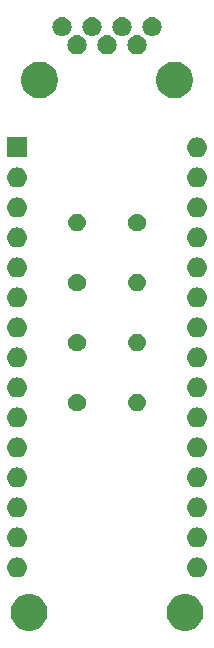
<source format=gbr>
G04 #@! TF.GenerationSoftware,KiCad,Pcbnew,(5.1.2)-1*
G04 #@! TF.CreationDate,2019-05-25T09:46:59-07:00*
G04 #@! TF.ProjectId,programmer,70726f67-7261-46d6-9d65-722e6b696361,rev?*
G04 #@! TF.SameCoordinates,Original*
G04 #@! TF.FileFunction,Soldermask,Top*
G04 #@! TF.FilePolarity,Negative*
%FSLAX46Y46*%
G04 Gerber Fmt 4.6, Leading zero omitted, Abs format (unit mm)*
G04 Created by KiCad (PCBNEW (5.1.2)-1) date 2019-05-25 09:46:59*
%MOMM*%
%LPD*%
G04 APERTURE LIST*
%ADD10C,0.304800*%
G04 APERTURE END LIST*
D10*
G36*
X34796611Y-61969065D02*
G01*
X34996352Y-62008796D01*
X35278579Y-62125699D01*
X35532578Y-62295415D01*
X35748585Y-62511422D01*
X35918301Y-62765421D01*
X36035204Y-63047648D01*
X36094800Y-63347259D01*
X36094800Y-63652741D01*
X36035204Y-63952352D01*
X35918301Y-64234579D01*
X35748585Y-64488578D01*
X35532578Y-64704585D01*
X35278579Y-64874301D01*
X34996352Y-64991204D01*
X34796611Y-65030935D01*
X34696742Y-65050800D01*
X34391258Y-65050800D01*
X34291389Y-65030935D01*
X34091648Y-64991204D01*
X33809421Y-64874301D01*
X33555422Y-64704585D01*
X33339415Y-64488578D01*
X33169699Y-64234579D01*
X33052796Y-63952352D01*
X32993200Y-63652741D01*
X32993200Y-63347259D01*
X33052796Y-63047648D01*
X33169699Y-62765421D01*
X33339415Y-62511422D01*
X33555422Y-62295415D01*
X33809421Y-62125699D01*
X34091648Y-62008796D01*
X34291389Y-61969065D01*
X34391258Y-61949200D01*
X34696742Y-61949200D01*
X34796611Y-61969065D01*
X34796611Y-61969065D01*
G37*
G36*
X21588611Y-61969065D02*
G01*
X21788352Y-62008796D01*
X22070579Y-62125699D01*
X22324578Y-62295415D01*
X22540585Y-62511422D01*
X22710301Y-62765421D01*
X22827204Y-63047648D01*
X22886800Y-63347259D01*
X22886800Y-63652741D01*
X22827204Y-63952352D01*
X22710301Y-64234579D01*
X22540585Y-64488578D01*
X22324578Y-64704585D01*
X22070579Y-64874301D01*
X21788352Y-64991204D01*
X21588611Y-65030935D01*
X21488742Y-65050800D01*
X21183258Y-65050800D01*
X21083389Y-65030935D01*
X20883648Y-64991204D01*
X20601421Y-64874301D01*
X20347422Y-64704585D01*
X20131415Y-64488578D01*
X19961699Y-64234579D01*
X19844796Y-63952352D01*
X19785200Y-63652741D01*
X19785200Y-63347259D01*
X19844796Y-63047648D01*
X19961699Y-62765421D01*
X20131415Y-62511422D01*
X20347422Y-62295415D01*
X20601421Y-62125699D01*
X20883648Y-62008796D01*
X21083389Y-61969065D01*
X21183258Y-61949200D01*
X21488742Y-61949200D01*
X21588611Y-61969065D01*
X21588611Y-61969065D01*
G37*
G36*
X35726787Y-58851510D02*
G01*
X35887162Y-58900160D01*
X36034965Y-58979162D01*
X36164517Y-59085483D01*
X36270838Y-59215035D01*
X36349840Y-59362838D01*
X36398490Y-59523213D01*
X36414916Y-59690000D01*
X36398490Y-59856787D01*
X36349840Y-60017162D01*
X36270838Y-60164965D01*
X36164517Y-60294517D01*
X36034965Y-60400838D01*
X35887162Y-60479840D01*
X35726787Y-60528490D01*
X35601794Y-60540800D01*
X35518206Y-60540800D01*
X35393213Y-60528490D01*
X35232838Y-60479840D01*
X35085035Y-60400838D01*
X34955483Y-60294517D01*
X34849162Y-60164965D01*
X34770160Y-60017162D01*
X34721510Y-59856787D01*
X34705084Y-59690000D01*
X34721510Y-59523213D01*
X34770160Y-59362838D01*
X34849162Y-59215035D01*
X34955483Y-59085483D01*
X35085035Y-58979162D01*
X35232838Y-58900160D01*
X35393213Y-58851510D01*
X35518206Y-58839200D01*
X35601794Y-58839200D01*
X35726787Y-58851510D01*
X35726787Y-58851510D01*
G37*
G36*
X20486787Y-58851510D02*
G01*
X20647162Y-58900160D01*
X20794965Y-58979162D01*
X20924517Y-59085483D01*
X21030838Y-59215035D01*
X21109840Y-59362838D01*
X21158490Y-59523213D01*
X21174916Y-59690000D01*
X21158490Y-59856787D01*
X21109840Y-60017162D01*
X21030838Y-60164965D01*
X20924517Y-60294517D01*
X20794965Y-60400838D01*
X20647162Y-60479840D01*
X20486787Y-60528490D01*
X20361794Y-60540800D01*
X20278206Y-60540800D01*
X20153213Y-60528490D01*
X19992838Y-60479840D01*
X19845035Y-60400838D01*
X19715483Y-60294517D01*
X19609162Y-60164965D01*
X19530160Y-60017162D01*
X19481510Y-59856787D01*
X19465084Y-59690000D01*
X19481510Y-59523213D01*
X19530160Y-59362838D01*
X19609162Y-59215035D01*
X19715483Y-59085483D01*
X19845035Y-58979162D01*
X19992838Y-58900160D01*
X20153213Y-58851510D01*
X20278206Y-58839200D01*
X20361794Y-58839200D01*
X20486787Y-58851510D01*
X20486787Y-58851510D01*
G37*
G36*
X20486787Y-56311510D02*
G01*
X20647162Y-56360160D01*
X20794965Y-56439162D01*
X20924517Y-56545483D01*
X21030838Y-56675035D01*
X21109840Y-56822838D01*
X21158490Y-56983213D01*
X21174916Y-57150000D01*
X21158490Y-57316787D01*
X21109840Y-57477162D01*
X21030838Y-57624965D01*
X20924517Y-57754517D01*
X20794965Y-57860838D01*
X20647162Y-57939840D01*
X20486787Y-57988490D01*
X20361794Y-58000800D01*
X20278206Y-58000800D01*
X20153213Y-57988490D01*
X19992838Y-57939840D01*
X19845035Y-57860838D01*
X19715483Y-57754517D01*
X19609162Y-57624965D01*
X19530160Y-57477162D01*
X19481510Y-57316787D01*
X19465084Y-57150000D01*
X19481510Y-56983213D01*
X19530160Y-56822838D01*
X19609162Y-56675035D01*
X19715483Y-56545483D01*
X19845035Y-56439162D01*
X19992838Y-56360160D01*
X20153213Y-56311510D01*
X20278206Y-56299200D01*
X20361794Y-56299200D01*
X20486787Y-56311510D01*
X20486787Y-56311510D01*
G37*
G36*
X35726787Y-56311510D02*
G01*
X35887162Y-56360160D01*
X36034965Y-56439162D01*
X36164517Y-56545483D01*
X36270838Y-56675035D01*
X36349840Y-56822838D01*
X36398490Y-56983213D01*
X36414916Y-57150000D01*
X36398490Y-57316787D01*
X36349840Y-57477162D01*
X36270838Y-57624965D01*
X36164517Y-57754517D01*
X36034965Y-57860838D01*
X35887162Y-57939840D01*
X35726787Y-57988490D01*
X35601794Y-58000800D01*
X35518206Y-58000800D01*
X35393213Y-57988490D01*
X35232838Y-57939840D01*
X35085035Y-57860838D01*
X34955483Y-57754517D01*
X34849162Y-57624965D01*
X34770160Y-57477162D01*
X34721510Y-57316787D01*
X34705084Y-57150000D01*
X34721510Y-56983213D01*
X34770160Y-56822838D01*
X34849162Y-56675035D01*
X34955483Y-56545483D01*
X35085035Y-56439162D01*
X35232838Y-56360160D01*
X35393213Y-56311510D01*
X35518206Y-56299200D01*
X35601794Y-56299200D01*
X35726787Y-56311510D01*
X35726787Y-56311510D01*
G37*
G36*
X35726787Y-53771510D02*
G01*
X35887162Y-53820160D01*
X36034965Y-53899162D01*
X36164517Y-54005483D01*
X36270838Y-54135035D01*
X36349840Y-54282838D01*
X36398490Y-54443213D01*
X36414916Y-54610000D01*
X36398490Y-54776787D01*
X36349840Y-54937162D01*
X36270838Y-55084965D01*
X36164517Y-55214517D01*
X36034965Y-55320838D01*
X35887162Y-55399840D01*
X35726787Y-55448490D01*
X35601794Y-55460800D01*
X35518206Y-55460800D01*
X35393213Y-55448490D01*
X35232838Y-55399840D01*
X35085035Y-55320838D01*
X34955483Y-55214517D01*
X34849162Y-55084965D01*
X34770160Y-54937162D01*
X34721510Y-54776787D01*
X34705084Y-54610000D01*
X34721510Y-54443213D01*
X34770160Y-54282838D01*
X34849162Y-54135035D01*
X34955483Y-54005483D01*
X35085035Y-53899162D01*
X35232838Y-53820160D01*
X35393213Y-53771510D01*
X35518206Y-53759200D01*
X35601794Y-53759200D01*
X35726787Y-53771510D01*
X35726787Y-53771510D01*
G37*
G36*
X20486787Y-53771510D02*
G01*
X20647162Y-53820160D01*
X20794965Y-53899162D01*
X20924517Y-54005483D01*
X21030838Y-54135035D01*
X21109840Y-54282838D01*
X21158490Y-54443213D01*
X21174916Y-54610000D01*
X21158490Y-54776787D01*
X21109840Y-54937162D01*
X21030838Y-55084965D01*
X20924517Y-55214517D01*
X20794965Y-55320838D01*
X20647162Y-55399840D01*
X20486787Y-55448490D01*
X20361794Y-55460800D01*
X20278206Y-55460800D01*
X20153213Y-55448490D01*
X19992838Y-55399840D01*
X19845035Y-55320838D01*
X19715483Y-55214517D01*
X19609162Y-55084965D01*
X19530160Y-54937162D01*
X19481510Y-54776787D01*
X19465084Y-54610000D01*
X19481510Y-54443213D01*
X19530160Y-54282838D01*
X19609162Y-54135035D01*
X19715483Y-54005483D01*
X19845035Y-53899162D01*
X19992838Y-53820160D01*
X20153213Y-53771510D01*
X20278206Y-53759200D01*
X20361794Y-53759200D01*
X20486787Y-53771510D01*
X20486787Y-53771510D01*
G37*
G36*
X35726787Y-51231510D02*
G01*
X35887162Y-51280160D01*
X36034965Y-51359162D01*
X36164517Y-51465483D01*
X36270838Y-51595035D01*
X36349840Y-51742838D01*
X36398490Y-51903213D01*
X36414916Y-52070000D01*
X36398490Y-52236787D01*
X36349840Y-52397162D01*
X36270838Y-52544965D01*
X36164517Y-52674517D01*
X36034965Y-52780838D01*
X35887162Y-52859840D01*
X35726787Y-52908490D01*
X35601794Y-52920800D01*
X35518206Y-52920800D01*
X35393213Y-52908490D01*
X35232838Y-52859840D01*
X35085035Y-52780838D01*
X34955483Y-52674517D01*
X34849162Y-52544965D01*
X34770160Y-52397162D01*
X34721510Y-52236787D01*
X34705084Y-52070000D01*
X34721510Y-51903213D01*
X34770160Y-51742838D01*
X34849162Y-51595035D01*
X34955483Y-51465483D01*
X35085035Y-51359162D01*
X35232838Y-51280160D01*
X35393213Y-51231510D01*
X35518206Y-51219200D01*
X35601794Y-51219200D01*
X35726787Y-51231510D01*
X35726787Y-51231510D01*
G37*
G36*
X20486787Y-51231510D02*
G01*
X20647162Y-51280160D01*
X20794965Y-51359162D01*
X20924517Y-51465483D01*
X21030838Y-51595035D01*
X21109840Y-51742838D01*
X21158490Y-51903213D01*
X21174916Y-52070000D01*
X21158490Y-52236787D01*
X21109840Y-52397162D01*
X21030838Y-52544965D01*
X20924517Y-52674517D01*
X20794965Y-52780838D01*
X20647162Y-52859840D01*
X20486787Y-52908490D01*
X20361794Y-52920800D01*
X20278206Y-52920800D01*
X20153213Y-52908490D01*
X19992838Y-52859840D01*
X19845035Y-52780838D01*
X19715483Y-52674517D01*
X19609162Y-52544965D01*
X19530160Y-52397162D01*
X19481510Y-52236787D01*
X19465084Y-52070000D01*
X19481510Y-51903213D01*
X19530160Y-51742838D01*
X19609162Y-51595035D01*
X19715483Y-51465483D01*
X19845035Y-51359162D01*
X19992838Y-51280160D01*
X20153213Y-51231510D01*
X20278206Y-51219200D01*
X20361794Y-51219200D01*
X20486787Y-51231510D01*
X20486787Y-51231510D01*
G37*
G36*
X20486787Y-48691510D02*
G01*
X20647162Y-48740160D01*
X20794965Y-48819162D01*
X20924517Y-48925483D01*
X21030838Y-49055035D01*
X21109840Y-49202838D01*
X21158490Y-49363213D01*
X21174916Y-49530000D01*
X21158490Y-49696787D01*
X21109840Y-49857162D01*
X21030838Y-50004965D01*
X20924517Y-50134517D01*
X20794965Y-50240838D01*
X20647162Y-50319840D01*
X20486787Y-50368490D01*
X20361794Y-50380800D01*
X20278206Y-50380800D01*
X20153213Y-50368490D01*
X19992838Y-50319840D01*
X19845035Y-50240838D01*
X19715483Y-50134517D01*
X19609162Y-50004965D01*
X19530160Y-49857162D01*
X19481510Y-49696787D01*
X19465084Y-49530000D01*
X19481510Y-49363213D01*
X19530160Y-49202838D01*
X19609162Y-49055035D01*
X19715483Y-48925483D01*
X19845035Y-48819162D01*
X19992838Y-48740160D01*
X20153213Y-48691510D01*
X20278206Y-48679200D01*
X20361794Y-48679200D01*
X20486787Y-48691510D01*
X20486787Y-48691510D01*
G37*
G36*
X35726787Y-48691510D02*
G01*
X35887162Y-48740160D01*
X36034965Y-48819162D01*
X36164517Y-48925483D01*
X36270838Y-49055035D01*
X36349840Y-49202838D01*
X36398490Y-49363213D01*
X36414916Y-49530000D01*
X36398490Y-49696787D01*
X36349840Y-49857162D01*
X36270838Y-50004965D01*
X36164517Y-50134517D01*
X36034965Y-50240838D01*
X35887162Y-50319840D01*
X35726787Y-50368490D01*
X35601794Y-50380800D01*
X35518206Y-50380800D01*
X35393213Y-50368490D01*
X35232838Y-50319840D01*
X35085035Y-50240838D01*
X34955483Y-50134517D01*
X34849162Y-50004965D01*
X34770160Y-49857162D01*
X34721510Y-49696787D01*
X34705084Y-49530000D01*
X34721510Y-49363213D01*
X34770160Y-49202838D01*
X34849162Y-49055035D01*
X34955483Y-48925483D01*
X35085035Y-48819162D01*
X35232838Y-48740160D01*
X35393213Y-48691510D01*
X35518206Y-48679200D01*
X35601794Y-48679200D01*
X35726787Y-48691510D01*
X35726787Y-48691510D01*
G37*
G36*
X35726787Y-46151510D02*
G01*
X35887162Y-46200160D01*
X36034965Y-46279162D01*
X36164517Y-46385483D01*
X36270838Y-46515035D01*
X36349840Y-46662838D01*
X36398490Y-46823213D01*
X36414916Y-46990000D01*
X36398490Y-47156787D01*
X36349840Y-47317162D01*
X36270838Y-47464965D01*
X36164517Y-47594517D01*
X36034965Y-47700838D01*
X35887162Y-47779840D01*
X35726787Y-47828490D01*
X35601794Y-47840800D01*
X35518206Y-47840800D01*
X35393213Y-47828490D01*
X35232838Y-47779840D01*
X35085035Y-47700838D01*
X34955483Y-47594517D01*
X34849162Y-47464965D01*
X34770160Y-47317162D01*
X34721510Y-47156787D01*
X34705084Y-46990000D01*
X34721510Y-46823213D01*
X34770160Y-46662838D01*
X34849162Y-46515035D01*
X34955483Y-46385483D01*
X35085035Y-46279162D01*
X35232838Y-46200160D01*
X35393213Y-46151510D01*
X35518206Y-46139200D01*
X35601794Y-46139200D01*
X35726787Y-46151510D01*
X35726787Y-46151510D01*
G37*
G36*
X20486787Y-46151510D02*
G01*
X20647162Y-46200160D01*
X20794965Y-46279162D01*
X20924517Y-46385483D01*
X21030838Y-46515035D01*
X21109840Y-46662838D01*
X21158490Y-46823213D01*
X21174916Y-46990000D01*
X21158490Y-47156787D01*
X21109840Y-47317162D01*
X21030838Y-47464965D01*
X20924517Y-47594517D01*
X20794965Y-47700838D01*
X20647162Y-47779840D01*
X20486787Y-47828490D01*
X20361794Y-47840800D01*
X20278206Y-47840800D01*
X20153213Y-47828490D01*
X19992838Y-47779840D01*
X19845035Y-47700838D01*
X19715483Y-47594517D01*
X19609162Y-47464965D01*
X19530160Y-47317162D01*
X19481510Y-47156787D01*
X19465084Y-46990000D01*
X19481510Y-46823213D01*
X19530160Y-46662838D01*
X19609162Y-46515035D01*
X19715483Y-46385483D01*
X19845035Y-46279162D01*
X19992838Y-46200160D01*
X20153213Y-46151510D01*
X20278206Y-46139200D01*
X20361794Y-46139200D01*
X20486787Y-46151510D01*
X20486787Y-46151510D01*
G37*
G36*
X30572029Y-44974632D02*
G01*
X30627182Y-44980064D01*
X30768709Y-45022996D01*
X30768711Y-45022997D01*
X30899139Y-45092712D01*
X31013464Y-45186536D01*
X31107288Y-45300861D01*
X31177003Y-45431289D01*
X31219936Y-45572819D01*
X31234432Y-45720000D01*
X31219936Y-45867181D01*
X31177003Y-46008711D01*
X31107288Y-46139139D01*
X31013464Y-46253464D01*
X30899139Y-46347288D01*
X30768711Y-46417003D01*
X30768709Y-46417004D01*
X30627182Y-46459936D01*
X30516878Y-46470800D01*
X30443122Y-46470800D01*
X30332818Y-46459936D01*
X30191291Y-46417004D01*
X30191289Y-46417003D01*
X30060861Y-46347288D01*
X29946536Y-46253464D01*
X29852712Y-46139139D01*
X29782997Y-46008711D01*
X29740064Y-45867181D01*
X29725568Y-45720000D01*
X29740064Y-45572819D01*
X29782997Y-45431289D01*
X29852712Y-45300861D01*
X29946536Y-45186536D01*
X30060861Y-45092712D01*
X30191289Y-45022997D01*
X30191291Y-45022996D01*
X30332818Y-44980064D01*
X30387971Y-44974632D01*
X30443122Y-44969200D01*
X30516878Y-44969200D01*
X30572029Y-44974632D01*
X30572029Y-44974632D01*
G37*
G36*
X25618999Y-44998052D02*
G01*
X25755639Y-45054650D01*
X25878605Y-45136813D01*
X25983187Y-45241395D01*
X26065350Y-45364361D01*
X26121948Y-45501001D01*
X26150800Y-45646051D01*
X26150800Y-45793949D01*
X26121948Y-45938999D01*
X26065350Y-46075639D01*
X25983187Y-46198605D01*
X25878605Y-46303187D01*
X25755639Y-46385350D01*
X25618999Y-46441948D01*
X25473949Y-46470800D01*
X25326051Y-46470800D01*
X25181001Y-46441948D01*
X25044361Y-46385350D01*
X24921395Y-46303187D01*
X24816813Y-46198605D01*
X24734650Y-46075639D01*
X24678052Y-45938999D01*
X24649200Y-45793949D01*
X24649200Y-45646051D01*
X24678052Y-45501001D01*
X24734650Y-45364361D01*
X24816813Y-45241395D01*
X24921395Y-45136813D01*
X25044361Y-45054650D01*
X25181001Y-44998052D01*
X25326051Y-44969200D01*
X25473949Y-44969200D01*
X25618999Y-44998052D01*
X25618999Y-44998052D01*
G37*
G36*
X35726787Y-43611510D02*
G01*
X35887162Y-43660160D01*
X36034965Y-43739162D01*
X36164517Y-43845483D01*
X36270838Y-43975035D01*
X36349840Y-44122838D01*
X36398490Y-44283213D01*
X36414916Y-44450000D01*
X36398490Y-44616787D01*
X36349840Y-44777162D01*
X36270838Y-44924965D01*
X36164517Y-45054517D01*
X36034965Y-45160838D01*
X35887162Y-45239840D01*
X35726787Y-45288490D01*
X35601794Y-45300800D01*
X35518206Y-45300800D01*
X35393213Y-45288490D01*
X35232838Y-45239840D01*
X35085035Y-45160838D01*
X34955483Y-45054517D01*
X34849162Y-44924965D01*
X34770160Y-44777162D01*
X34721510Y-44616787D01*
X34705084Y-44450000D01*
X34721510Y-44283213D01*
X34770160Y-44122838D01*
X34849162Y-43975035D01*
X34955483Y-43845483D01*
X35085035Y-43739162D01*
X35232838Y-43660160D01*
X35393213Y-43611510D01*
X35518206Y-43599200D01*
X35601794Y-43599200D01*
X35726787Y-43611510D01*
X35726787Y-43611510D01*
G37*
G36*
X20486787Y-43611510D02*
G01*
X20647162Y-43660160D01*
X20794965Y-43739162D01*
X20924517Y-43845483D01*
X21030838Y-43975035D01*
X21109840Y-44122838D01*
X21158490Y-44283213D01*
X21174916Y-44450000D01*
X21158490Y-44616787D01*
X21109840Y-44777162D01*
X21030838Y-44924965D01*
X20924517Y-45054517D01*
X20794965Y-45160838D01*
X20647162Y-45239840D01*
X20486787Y-45288490D01*
X20361794Y-45300800D01*
X20278206Y-45300800D01*
X20153213Y-45288490D01*
X19992838Y-45239840D01*
X19845035Y-45160838D01*
X19715483Y-45054517D01*
X19609162Y-44924965D01*
X19530160Y-44777162D01*
X19481510Y-44616787D01*
X19465084Y-44450000D01*
X19481510Y-44283213D01*
X19530160Y-44122838D01*
X19609162Y-43975035D01*
X19715483Y-43845483D01*
X19845035Y-43739162D01*
X19992838Y-43660160D01*
X20153213Y-43611510D01*
X20278206Y-43599200D01*
X20361794Y-43599200D01*
X20486787Y-43611510D01*
X20486787Y-43611510D01*
G37*
G36*
X35726787Y-41071510D02*
G01*
X35887162Y-41120160D01*
X36034965Y-41199162D01*
X36164517Y-41305483D01*
X36270838Y-41435035D01*
X36349840Y-41582838D01*
X36398490Y-41743213D01*
X36414916Y-41910000D01*
X36398490Y-42076787D01*
X36349840Y-42237162D01*
X36270838Y-42384965D01*
X36164517Y-42514517D01*
X36034965Y-42620838D01*
X35887162Y-42699840D01*
X35726787Y-42748490D01*
X35601794Y-42760800D01*
X35518206Y-42760800D01*
X35393213Y-42748490D01*
X35232838Y-42699840D01*
X35085035Y-42620838D01*
X34955483Y-42514517D01*
X34849162Y-42384965D01*
X34770160Y-42237162D01*
X34721510Y-42076787D01*
X34705084Y-41910000D01*
X34721510Y-41743213D01*
X34770160Y-41582838D01*
X34849162Y-41435035D01*
X34955483Y-41305483D01*
X35085035Y-41199162D01*
X35232838Y-41120160D01*
X35393213Y-41071510D01*
X35518206Y-41059200D01*
X35601794Y-41059200D01*
X35726787Y-41071510D01*
X35726787Y-41071510D01*
G37*
G36*
X20486787Y-41071510D02*
G01*
X20647162Y-41120160D01*
X20794965Y-41199162D01*
X20924517Y-41305483D01*
X21030838Y-41435035D01*
X21109840Y-41582838D01*
X21158490Y-41743213D01*
X21174916Y-41910000D01*
X21158490Y-42076787D01*
X21109840Y-42237162D01*
X21030838Y-42384965D01*
X20924517Y-42514517D01*
X20794965Y-42620838D01*
X20647162Y-42699840D01*
X20486787Y-42748490D01*
X20361794Y-42760800D01*
X20278206Y-42760800D01*
X20153213Y-42748490D01*
X19992838Y-42699840D01*
X19845035Y-42620838D01*
X19715483Y-42514517D01*
X19609162Y-42384965D01*
X19530160Y-42237162D01*
X19481510Y-42076787D01*
X19465084Y-41910000D01*
X19481510Y-41743213D01*
X19530160Y-41582838D01*
X19609162Y-41435035D01*
X19715483Y-41305483D01*
X19845035Y-41199162D01*
X19992838Y-41120160D01*
X20153213Y-41071510D01*
X20278206Y-41059200D01*
X20361794Y-41059200D01*
X20486787Y-41071510D01*
X20486787Y-41071510D01*
G37*
G36*
X25618999Y-39918052D02*
G01*
X25755639Y-39974650D01*
X25878605Y-40056813D01*
X25983187Y-40161395D01*
X26065350Y-40284361D01*
X26121948Y-40421001D01*
X26150800Y-40566051D01*
X26150800Y-40713949D01*
X26121948Y-40858999D01*
X26065350Y-40995639D01*
X25983187Y-41118605D01*
X25878605Y-41223187D01*
X25755639Y-41305350D01*
X25618999Y-41361948D01*
X25473949Y-41390800D01*
X25326051Y-41390800D01*
X25181001Y-41361948D01*
X25044361Y-41305350D01*
X24921395Y-41223187D01*
X24816813Y-41118605D01*
X24734650Y-40995639D01*
X24678052Y-40858999D01*
X24649200Y-40713949D01*
X24649200Y-40566051D01*
X24678052Y-40421001D01*
X24734650Y-40284361D01*
X24816813Y-40161395D01*
X24921395Y-40056813D01*
X25044361Y-39974650D01*
X25181001Y-39918052D01*
X25326051Y-39889200D01*
X25473949Y-39889200D01*
X25618999Y-39918052D01*
X25618999Y-39918052D01*
G37*
G36*
X30572029Y-39894632D02*
G01*
X30627182Y-39900064D01*
X30768709Y-39942996D01*
X30768711Y-39942997D01*
X30899139Y-40012712D01*
X31013464Y-40106536D01*
X31107288Y-40220861D01*
X31177003Y-40351289D01*
X31219936Y-40492819D01*
X31234432Y-40640000D01*
X31219936Y-40787181D01*
X31177003Y-40928711D01*
X31107288Y-41059139D01*
X31013464Y-41173464D01*
X30899139Y-41267288D01*
X30768711Y-41337003D01*
X30768709Y-41337004D01*
X30627182Y-41379936D01*
X30516878Y-41390800D01*
X30443122Y-41390800D01*
X30332818Y-41379936D01*
X30191291Y-41337004D01*
X30191289Y-41337003D01*
X30060861Y-41267288D01*
X29946536Y-41173464D01*
X29852712Y-41059139D01*
X29782997Y-40928711D01*
X29740064Y-40787181D01*
X29725568Y-40640000D01*
X29740064Y-40492819D01*
X29782997Y-40351289D01*
X29852712Y-40220861D01*
X29946536Y-40106536D01*
X30060861Y-40012712D01*
X30191289Y-39942997D01*
X30191291Y-39942996D01*
X30332818Y-39900064D01*
X30387971Y-39894632D01*
X30443122Y-39889200D01*
X30516878Y-39889200D01*
X30572029Y-39894632D01*
X30572029Y-39894632D01*
G37*
G36*
X20486787Y-38531510D02*
G01*
X20647162Y-38580160D01*
X20794965Y-38659162D01*
X20924517Y-38765483D01*
X21030838Y-38895035D01*
X21109840Y-39042838D01*
X21158490Y-39203213D01*
X21174916Y-39370000D01*
X21158490Y-39536787D01*
X21109840Y-39697162D01*
X21030838Y-39844965D01*
X20924517Y-39974517D01*
X20794965Y-40080838D01*
X20647162Y-40159840D01*
X20486787Y-40208490D01*
X20361794Y-40220800D01*
X20278206Y-40220800D01*
X20153213Y-40208490D01*
X19992838Y-40159840D01*
X19845035Y-40080838D01*
X19715483Y-39974517D01*
X19609162Y-39844965D01*
X19530160Y-39697162D01*
X19481510Y-39536787D01*
X19465084Y-39370000D01*
X19481510Y-39203213D01*
X19530160Y-39042838D01*
X19609162Y-38895035D01*
X19715483Y-38765483D01*
X19845035Y-38659162D01*
X19992838Y-38580160D01*
X20153213Y-38531510D01*
X20278206Y-38519200D01*
X20361794Y-38519200D01*
X20486787Y-38531510D01*
X20486787Y-38531510D01*
G37*
G36*
X35726787Y-38531510D02*
G01*
X35887162Y-38580160D01*
X36034965Y-38659162D01*
X36164517Y-38765483D01*
X36270838Y-38895035D01*
X36349840Y-39042838D01*
X36398490Y-39203213D01*
X36414916Y-39370000D01*
X36398490Y-39536787D01*
X36349840Y-39697162D01*
X36270838Y-39844965D01*
X36164517Y-39974517D01*
X36034965Y-40080838D01*
X35887162Y-40159840D01*
X35726787Y-40208490D01*
X35601794Y-40220800D01*
X35518206Y-40220800D01*
X35393213Y-40208490D01*
X35232838Y-40159840D01*
X35085035Y-40080838D01*
X34955483Y-39974517D01*
X34849162Y-39844965D01*
X34770160Y-39697162D01*
X34721510Y-39536787D01*
X34705084Y-39370000D01*
X34721510Y-39203213D01*
X34770160Y-39042838D01*
X34849162Y-38895035D01*
X34955483Y-38765483D01*
X35085035Y-38659162D01*
X35232838Y-38580160D01*
X35393213Y-38531510D01*
X35518206Y-38519200D01*
X35601794Y-38519200D01*
X35726787Y-38531510D01*
X35726787Y-38531510D01*
G37*
G36*
X35726787Y-35991510D02*
G01*
X35887162Y-36040160D01*
X36034965Y-36119162D01*
X36164517Y-36225483D01*
X36270838Y-36355035D01*
X36349840Y-36502838D01*
X36398490Y-36663213D01*
X36414916Y-36830000D01*
X36398490Y-36996787D01*
X36349840Y-37157162D01*
X36270838Y-37304965D01*
X36164517Y-37434517D01*
X36034965Y-37540838D01*
X35887162Y-37619840D01*
X35726787Y-37668490D01*
X35601794Y-37680800D01*
X35518206Y-37680800D01*
X35393213Y-37668490D01*
X35232838Y-37619840D01*
X35085035Y-37540838D01*
X34955483Y-37434517D01*
X34849162Y-37304965D01*
X34770160Y-37157162D01*
X34721510Y-36996787D01*
X34705084Y-36830000D01*
X34721510Y-36663213D01*
X34770160Y-36502838D01*
X34849162Y-36355035D01*
X34955483Y-36225483D01*
X35085035Y-36119162D01*
X35232838Y-36040160D01*
X35393213Y-35991510D01*
X35518206Y-35979200D01*
X35601794Y-35979200D01*
X35726787Y-35991510D01*
X35726787Y-35991510D01*
G37*
G36*
X20486787Y-35991510D02*
G01*
X20647162Y-36040160D01*
X20794965Y-36119162D01*
X20924517Y-36225483D01*
X21030838Y-36355035D01*
X21109840Y-36502838D01*
X21158490Y-36663213D01*
X21174916Y-36830000D01*
X21158490Y-36996787D01*
X21109840Y-37157162D01*
X21030838Y-37304965D01*
X20924517Y-37434517D01*
X20794965Y-37540838D01*
X20647162Y-37619840D01*
X20486787Y-37668490D01*
X20361794Y-37680800D01*
X20278206Y-37680800D01*
X20153213Y-37668490D01*
X19992838Y-37619840D01*
X19845035Y-37540838D01*
X19715483Y-37434517D01*
X19609162Y-37304965D01*
X19530160Y-37157162D01*
X19481510Y-36996787D01*
X19465084Y-36830000D01*
X19481510Y-36663213D01*
X19530160Y-36502838D01*
X19609162Y-36355035D01*
X19715483Y-36225483D01*
X19845035Y-36119162D01*
X19992838Y-36040160D01*
X20153213Y-35991510D01*
X20278206Y-35979200D01*
X20361794Y-35979200D01*
X20486787Y-35991510D01*
X20486787Y-35991510D01*
G37*
G36*
X25618999Y-34838052D02*
G01*
X25755639Y-34894650D01*
X25878605Y-34976813D01*
X25983187Y-35081395D01*
X26065350Y-35204361D01*
X26121948Y-35341001D01*
X26150800Y-35486051D01*
X26150800Y-35633949D01*
X26121948Y-35778999D01*
X26065350Y-35915639D01*
X25983187Y-36038605D01*
X25878605Y-36143187D01*
X25755639Y-36225350D01*
X25618999Y-36281948D01*
X25473949Y-36310800D01*
X25326051Y-36310800D01*
X25181001Y-36281948D01*
X25044361Y-36225350D01*
X24921395Y-36143187D01*
X24816813Y-36038605D01*
X24734650Y-35915639D01*
X24678052Y-35778999D01*
X24649200Y-35633949D01*
X24649200Y-35486051D01*
X24678052Y-35341001D01*
X24734650Y-35204361D01*
X24816813Y-35081395D01*
X24921395Y-34976813D01*
X25044361Y-34894650D01*
X25181001Y-34838052D01*
X25326051Y-34809200D01*
X25473949Y-34809200D01*
X25618999Y-34838052D01*
X25618999Y-34838052D01*
G37*
G36*
X30627182Y-34820064D02*
G01*
X30768709Y-34862996D01*
X30768711Y-34862997D01*
X30899139Y-34932712D01*
X31013464Y-35026536D01*
X31107288Y-35140861D01*
X31177003Y-35271289D01*
X31219936Y-35412819D01*
X31234432Y-35560000D01*
X31219936Y-35707181D01*
X31177003Y-35848711D01*
X31107288Y-35979139D01*
X31013464Y-36093464D01*
X30899139Y-36187288D01*
X30768711Y-36257003D01*
X30768709Y-36257004D01*
X30627182Y-36299936D01*
X30572029Y-36305368D01*
X30516878Y-36310800D01*
X30443122Y-36310800D01*
X30387971Y-36305368D01*
X30332818Y-36299936D01*
X30191291Y-36257004D01*
X30191289Y-36257003D01*
X30060861Y-36187288D01*
X29946536Y-36093464D01*
X29852712Y-35979139D01*
X29782997Y-35848711D01*
X29740064Y-35707181D01*
X29725568Y-35560000D01*
X29740064Y-35412819D01*
X29782997Y-35271289D01*
X29852712Y-35140861D01*
X29946536Y-35026536D01*
X30060861Y-34932712D01*
X30191289Y-34862997D01*
X30191291Y-34862996D01*
X30332818Y-34820064D01*
X30443122Y-34809200D01*
X30516878Y-34809200D01*
X30627182Y-34820064D01*
X30627182Y-34820064D01*
G37*
G36*
X35726787Y-33451510D02*
G01*
X35887162Y-33500160D01*
X36034965Y-33579162D01*
X36164517Y-33685483D01*
X36270838Y-33815035D01*
X36349840Y-33962838D01*
X36398490Y-34123213D01*
X36414916Y-34290000D01*
X36398490Y-34456787D01*
X36349840Y-34617162D01*
X36270838Y-34764965D01*
X36164517Y-34894517D01*
X36034965Y-35000838D01*
X35887162Y-35079840D01*
X35726787Y-35128490D01*
X35601794Y-35140800D01*
X35518206Y-35140800D01*
X35393213Y-35128490D01*
X35232838Y-35079840D01*
X35085035Y-35000838D01*
X34955483Y-34894517D01*
X34849162Y-34764965D01*
X34770160Y-34617162D01*
X34721510Y-34456787D01*
X34705084Y-34290000D01*
X34721510Y-34123213D01*
X34770160Y-33962838D01*
X34849162Y-33815035D01*
X34955483Y-33685483D01*
X35085035Y-33579162D01*
X35232838Y-33500160D01*
X35393213Y-33451510D01*
X35518206Y-33439200D01*
X35601794Y-33439200D01*
X35726787Y-33451510D01*
X35726787Y-33451510D01*
G37*
G36*
X20486787Y-33451510D02*
G01*
X20647162Y-33500160D01*
X20794965Y-33579162D01*
X20924517Y-33685483D01*
X21030838Y-33815035D01*
X21109840Y-33962838D01*
X21158490Y-34123213D01*
X21174916Y-34290000D01*
X21158490Y-34456787D01*
X21109840Y-34617162D01*
X21030838Y-34764965D01*
X20924517Y-34894517D01*
X20794965Y-35000838D01*
X20647162Y-35079840D01*
X20486787Y-35128490D01*
X20361794Y-35140800D01*
X20278206Y-35140800D01*
X20153213Y-35128490D01*
X19992838Y-35079840D01*
X19845035Y-35000838D01*
X19715483Y-34894517D01*
X19609162Y-34764965D01*
X19530160Y-34617162D01*
X19481510Y-34456787D01*
X19465084Y-34290000D01*
X19481510Y-34123213D01*
X19530160Y-33962838D01*
X19609162Y-33815035D01*
X19715483Y-33685483D01*
X19845035Y-33579162D01*
X19992838Y-33500160D01*
X20153213Y-33451510D01*
X20278206Y-33439200D01*
X20361794Y-33439200D01*
X20486787Y-33451510D01*
X20486787Y-33451510D01*
G37*
G36*
X35726787Y-30911510D02*
G01*
X35887162Y-30960160D01*
X36034965Y-31039162D01*
X36164517Y-31145483D01*
X36270838Y-31275035D01*
X36349840Y-31422838D01*
X36398490Y-31583213D01*
X36414916Y-31750000D01*
X36398490Y-31916787D01*
X36349840Y-32077162D01*
X36270838Y-32224965D01*
X36164517Y-32354517D01*
X36034965Y-32460838D01*
X35887162Y-32539840D01*
X35726787Y-32588490D01*
X35601794Y-32600800D01*
X35518206Y-32600800D01*
X35393213Y-32588490D01*
X35232838Y-32539840D01*
X35085035Y-32460838D01*
X34955483Y-32354517D01*
X34849162Y-32224965D01*
X34770160Y-32077162D01*
X34721510Y-31916787D01*
X34705084Y-31750000D01*
X34721510Y-31583213D01*
X34770160Y-31422838D01*
X34849162Y-31275035D01*
X34955483Y-31145483D01*
X35085035Y-31039162D01*
X35232838Y-30960160D01*
X35393213Y-30911510D01*
X35518206Y-30899200D01*
X35601794Y-30899200D01*
X35726787Y-30911510D01*
X35726787Y-30911510D01*
G37*
G36*
X20486787Y-30911510D02*
G01*
X20647162Y-30960160D01*
X20794965Y-31039162D01*
X20924517Y-31145483D01*
X21030838Y-31275035D01*
X21109840Y-31422838D01*
X21158490Y-31583213D01*
X21174916Y-31750000D01*
X21158490Y-31916787D01*
X21109840Y-32077162D01*
X21030838Y-32224965D01*
X20924517Y-32354517D01*
X20794965Y-32460838D01*
X20647162Y-32539840D01*
X20486787Y-32588490D01*
X20361794Y-32600800D01*
X20278206Y-32600800D01*
X20153213Y-32588490D01*
X19992838Y-32539840D01*
X19845035Y-32460838D01*
X19715483Y-32354517D01*
X19609162Y-32224965D01*
X19530160Y-32077162D01*
X19481510Y-31916787D01*
X19465084Y-31750000D01*
X19481510Y-31583213D01*
X19530160Y-31422838D01*
X19609162Y-31275035D01*
X19715483Y-31145483D01*
X19845035Y-31039162D01*
X19992838Y-30960160D01*
X20153213Y-30911510D01*
X20278206Y-30899200D01*
X20361794Y-30899200D01*
X20486787Y-30911510D01*
X20486787Y-30911510D01*
G37*
G36*
X30698999Y-29758052D02*
G01*
X30835639Y-29814650D01*
X30958605Y-29896813D01*
X31063187Y-30001395D01*
X31145350Y-30124361D01*
X31201948Y-30261001D01*
X31230800Y-30406051D01*
X31230800Y-30553949D01*
X31201948Y-30698999D01*
X31145350Y-30835639D01*
X31063187Y-30958605D01*
X30958605Y-31063187D01*
X30835639Y-31145350D01*
X30698999Y-31201948D01*
X30553949Y-31230800D01*
X30406051Y-31230800D01*
X30261001Y-31201948D01*
X30124361Y-31145350D01*
X30001395Y-31063187D01*
X29896813Y-30958605D01*
X29814650Y-30835639D01*
X29758052Y-30698999D01*
X29729200Y-30553949D01*
X29729200Y-30406051D01*
X29758052Y-30261001D01*
X29814650Y-30124361D01*
X29896813Y-30001395D01*
X30001395Y-29896813D01*
X30124361Y-29814650D01*
X30261001Y-29758052D01*
X30406051Y-29729200D01*
X30553949Y-29729200D01*
X30698999Y-29758052D01*
X30698999Y-29758052D01*
G37*
G36*
X25547182Y-29740064D02*
G01*
X25688709Y-29782996D01*
X25688711Y-29782997D01*
X25819139Y-29852712D01*
X25933464Y-29946536D01*
X26027288Y-30060861D01*
X26097003Y-30191289D01*
X26139936Y-30332819D01*
X26154432Y-30480000D01*
X26139936Y-30627181D01*
X26097003Y-30768711D01*
X26027288Y-30899139D01*
X25933464Y-31013464D01*
X25819139Y-31107288D01*
X25688711Y-31177003D01*
X25688709Y-31177004D01*
X25547182Y-31219936D01*
X25492029Y-31225368D01*
X25436878Y-31230800D01*
X25363122Y-31230800D01*
X25307971Y-31225368D01*
X25252818Y-31219936D01*
X25111291Y-31177004D01*
X25111289Y-31177003D01*
X24980861Y-31107288D01*
X24866536Y-31013464D01*
X24772712Y-30899139D01*
X24702997Y-30768711D01*
X24660064Y-30627181D01*
X24645568Y-30480000D01*
X24660064Y-30332819D01*
X24702997Y-30191289D01*
X24772712Y-30060861D01*
X24866536Y-29946536D01*
X24980861Y-29852712D01*
X25111289Y-29782997D01*
X25111291Y-29782996D01*
X25252818Y-29740064D01*
X25363122Y-29729200D01*
X25436878Y-29729200D01*
X25547182Y-29740064D01*
X25547182Y-29740064D01*
G37*
G36*
X35726787Y-28371510D02*
G01*
X35887162Y-28420160D01*
X36034965Y-28499162D01*
X36164517Y-28605483D01*
X36270838Y-28735035D01*
X36349840Y-28882838D01*
X36398490Y-29043213D01*
X36414916Y-29210000D01*
X36398490Y-29376787D01*
X36349840Y-29537162D01*
X36270838Y-29684965D01*
X36164517Y-29814517D01*
X36034965Y-29920838D01*
X35887162Y-29999840D01*
X35726787Y-30048490D01*
X35601794Y-30060800D01*
X35518206Y-30060800D01*
X35393213Y-30048490D01*
X35232838Y-29999840D01*
X35085035Y-29920838D01*
X34955483Y-29814517D01*
X34849162Y-29684965D01*
X34770160Y-29537162D01*
X34721510Y-29376787D01*
X34705084Y-29210000D01*
X34721510Y-29043213D01*
X34770160Y-28882838D01*
X34849162Y-28735035D01*
X34955483Y-28605483D01*
X35085035Y-28499162D01*
X35232838Y-28420160D01*
X35393213Y-28371510D01*
X35518206Y-28359200D01*
X35601794Y-28359200D01*
X35726787Y-28371510D01*
X35726787Y-28371510D01*
G37*
G36*
X20486787Y-28371510D02*
G01*
X20647162Y-28420160D01*
X20794965Y-28499162D01*
X20924517Y-28605483D01*
X21030838Y-28735035D01*
X21109840Y-28882838D01*
X21158490Y-29043213D01*
X21174916Y-29210000D01*
X21158490Y-29376787D01*
X21109840Y-29537162D01*
X21030838Y-29684965D01*
X20924517Y-29814517D01*
X20794965Y-29920838D01*
X20647162Y-29999840D01*
X20486787Y-30048490D01*
X20361794Y-30060800D01*
X20278206Y-30060800D01*
X20153213Y-30048490D01*
X19992838Y-29999840D01*
X19845035Y-29920838D01*
X19715483Y-29814517D01*
X19609162Y-29684965D01*
X19530160Y-29537162D01*
X19481510Y-29376787D01*
X19465084Y-29210000D01*
X19481510Y-29043213D01*
X19530160Y-28882838D01*
X19609162Y-28735035D01*
X19715483Y-28605483D01*
X19845035Y-28499162D01*
X19992838Y-28420160D01*
X20153213Y-28371510D01*
X20278206Y-28359200D01*
X20361794Y-28359200D01*
X20486787Y-28371510D01*
X20486787Y-28371510D01*
G37*
G36*
X35726787Y-25831510D02*
G01*
X35887162Y-25880160D01*
X36034965Y-25959162D01*
X36164517Y-26065483D01*
X36270838Y-26195035D01*
X36349840Y-26342838D01*
X36398490Y-26503213D01*
X36414916Y-26670000D01*
X36398490Y-26836787D01*
X36349840Y-26997162D01*
X36270838Y-27144965D01*
X36164517Y-27274517D01*
X36034965Y-27380838D01*
X35887162Y-27459840D01*
X35726787Y-27508490D01*
X35601794Y-27520800D01*
X35518206Y-27520800D01*
X35393213Y-27508490D01*
X35232838Y-27459840D01*
X35085035Y-27380838D01*
X34955483Y-27274517D01*
X34849162Y-27144965D01*
X34770160Y-26997162D01*
X34721510Y-26836787D01*
X34705084Y-26670000D01*
X34721510Y-26503213D01*
X34770160Y-26342838D01*
X34849162Y-26195035D01*
X34955483Y-26065483D01*
X35085035Y-25959162D01*
X35232838Y-25880160D01*
X35393213Y-25831510D01*
X35518206Y-25819200D01*
X35601794Y-25819200D01*
X35726787Y-25831510D01*
X35726787Y-25831510D01*
G37*
G36*
X20486787Y-25831510D02*
G01*
X20647162Y-25880160D01*
X20794965Y-25959162D01*
X20924517Y-26065483D01*
X21030838Y-26195035D01*
X21109840Y-26342838D01*
X21158490Y-26503213D01*
X21174916Y-26670000D01*
X21158490Y-26836787D01*
X21109840Y-26997162D01*
X21030838Y-27144965D01*
X20924517Y-27274517D01*
X20794965Y-27380838D01*
X20647162Y-27459840D01*
X20486787Y-27508490D01*
X20361794Y-27520800D01*
X20278206Y-27520800D01*
X20153213Y-27508490D01*
X19992838Y-27459840D01*
X19845035Y-27380838D01*
X19715483Y-27274517D01*
X19609162Y-27144965D01*
X19530160Y-26997162D01*
X19481510Y-26836787D01*
X19465084Y-26670000D01*
X19481510Y-26503213D01*
X19530160Y-26342838D01*
X19609162Y-26195035D01*
X19715483Y-26065483D01*
X19845035Y-25959162D01*
X19992838Y-25880160D01*
X20153213Y-25831510D01*
X20278206Y-25819200D01*
X20361794Y-25819200D01*
X20486787Y-25831510D01*
X20486787Y-25831510D01*
G37*
G36*
X21170800Y-24980800D02*
G01*
X19469200Y-24980800D01*
X19469200Y-23279200D01*
X21170800Y-23279200D01*
X21170800Y-24980800D01*
X21170800Y-24980800D01*
G37*
G36*
X35726787Y-23291510D02*
G01*
X35887162Y-23340160D01*
X36034965Y-23419162D01*
X36164517Y-23525483D01*
X36270838Y-23655035D01*
X36349840Y-23802838D01*
X36398490Y-23963213D01*
X36414916Y-24130000D01*
X36398490Y-24296787D01*
X36349840Y-24457162D01*
X36270838Y-24604965D01*
X36164517Y-24734517D01*
X36034965Y-24840838D01*
X35887162Y-24919840D01*
X35726787Y-24968490D01*
X35601794Y-24980800D01*
X35518206Y-24980800D01*
X35393213Y-24968490D01*
X35232838Y-24919840D01*
X35085035Y-24840838D01*
X34955483Y-24734517D01*
X34849162Y-24604965D01*
X34770160Y-24457162D01*
X34721510Y-24296787D01*
X34705084Y-24130000D01*
X34721510Y-23963213D01*
X34770160Y-23802838D01*
X34849162Y-23655035D01*
X34955483Y-23525483D01*
X35085035Y-23419162D01*
X35232838Y-23340160D01*
X35393213Y-23291510D01*
X35518206Y-23279200D01*
X35601794Y-23279200D01*
X35726787Y-23291510D01*
X35726787Y-23291510D01*
G37*
G36*
X33907611Y-16884065D02*
G01*
X34107352Y-16923796D01*
X34389579Y-17040699D01*
X34643578Y-17210415D01*
X34859585Y-17426422D01*
X35029301Y-17680421D01*
X35146204Y-17962648D01*
X35205800Y-18262259D01*
X35205800Y-18567741D01*
X35146204Y-18867352D01*
X35029301Y-19149579D01*
X34859585Y-19403578D01*
X34643578Y-19619585D01*
X34389579Y-19789301D01*
X34107352Y-19906204D01*
X33907611Y-19945935D01*
X33807742Y-19965800D01*
X33502258Y-19965800D01*
X33402389Y-19945935D01*
X33202648Y-19906204D01*
X32920421Y-19789301D01*
X32666422Y-19619585D01*
X32450415Y-19403578D01*
X32280699Y-19149579D01*
X32163796Y-18867352D01*
X32104200Y-18567741D01*
X32104200Y-18262259D01*
X32163796Y-17962648D01*
X32280699Y-17680421D01*
X32450415Y-17426422D01*
X32666422Y-17210415D01*
X32920421Y-17040699D01*
X33202648Y-16923796D01*
X33402389Y-16884065D01*
X33502258Y-16864200D01*
X33807742Y-16864200D01*
X33907611Y-16884065D01*
X33907611Y-16884065D01*
G37*
G36*
X22477611Y-16884065D02*
G01*
X22677352Y-16923796D01*
X22959579Y-17040699D01*
X23213578Y-17210415D01*
X23429585Y-17426422D01*
X23599301Y-17680421D01*
X23716204Y-17962648D01*
X23775800Y-18262259D01*
X23775800Y-18567741D01*
X23716204Y-18867352D01*
X23599301Y-19149579D01*
X23429585Y-19403578D01*
X23213578Y-19619585D01*
X22959579Y-19789301D01*
X22677352Y-19906204D01*
X22477611Y-19945935D01*
X22377742Y-19965800D01*
X22072258Y-19965800D01*
X21972389Y-19945935D01*
X21772648Y-19906204D01*
X21490421Y-19789301D01*
X21236422Y-19619585D01*
X21020415Y-19403578D01*
X20850699Y-19149579D01*
X20733796Y-18867352D01*
X20674200Y-18567741D01*
X20674200Y-18262259D01*
X20733796Y-17962648D01*
X20850699Y-17680421D01*
X21020415Y-17426422D01*
X21236422Y-17210415D01*
X21490421Y-17040699D01*
X21772648Y-16923796D01*
X21972389Y-16884065D01*
X22072258Y-16864200D01*
X22377742Y-16864200D01*
X22477611Y-16884065D01*
X22477611Y-16884065D01*
G37*
G36*
X30559728Y-14634320D02*
G01*
X30639337Y-14642161D01*
X30792550Y-14688638D01*
X30792553Y-14688639D01*
X30933752Y-14764111D01*
X31057517Y-14865683D01*
X31159089Y-14989448D01*
X31234561Y-15130647D01*
X31234562Y-15130650D01*
X31281039Y-15283863D01*
X31296732Y-15443200D01*
X31281039Y-15602537D01*
X31234562Y-15755750D01*
X31234561Y-15755753D01*
X31159089Y-15896952D01*
X31057517Y-16020717D01*
X30933752Y-16122289D01*
X30792553Y-16197761D01*
X30792550Y-16197762D01*
X30639337Y-16244239D01*
X30559728Y-16252080D01*
X30519924Y-16256000D01*
X30440076Y-16256000D01*
X30400272Y-16252080D01*
X30320663Y-16244239D01*
X30167450Y-16197762D01*
X30167447Y-16197761D01*
X30026248Y-16122289D01*
X29902483Y-16020717D01*
X29800911Y-15896952D01*
X29725439Y-15755753D01*
X29725438Y-15755750D01*
X29678961Y-15602537D01*
X29663268Y-15443200D01*
X29678961Y-15283863D01*
X29725438Y-15130650D01*
X29725439Y-15130647D01*
X29800911Y-14989448D01*
X29902483Y-14865683D01*
X30026248Y-14764111D01*
X30167447Y-14688639D01*
X30167450Y-14688638D01*
X30320663Y-14642161D01*
X30400272Y-14634320D01*
X30440076Y-14630400D01*
X30519924Y-14630400D01*
X30559728Y-14634320D01*
X30559728Y-14634320D01*
G37*
G36*
X28019728Y-14634320D02*
G01*
X28099337Y-14642161D01*
X28252550Y-14688638D01*
X28252553Y-14688639D01*
X28393752Y-14764111D01*
X28517517Y-14865683D01*
X28619089Y-14989448D01*
X28694561Y-15130647D01*
X28694562Y-15130650D01*
X28741039Y-15283863D01*
X28756732Y-15443200D01*
X28741039Y-15602537D01*
X28694562Y-15755750D01*
X28694561Y-15755753D01*
X28619089Y-15896952D01*
X28517517Y-16020717D01*
X28393752Y-16122289D01*
X28252553Y-16197761D01*
X28252550Y-16197762D01*
X28099337Y-16244239D01*
X28019728Y-16252080D01*
X27979924Y-16256000D01*
X27900076Y-16256000D01*
X27860272Y-16252080D01*
X27780663Y-16244239D01*
X27627450Y-16197762D01*
X27627447Y-16197761D01*
X27486248Y-16122289D01*
X27362483Y-16020717D01*
X27260911Y-15896952D01*
X27185439Y-15755753D01*
X27185438Y-15755750D01*
X27138961Y-15602537D01*
X27123268Y-15443200D01*
X27138961Y-15283863D01*
X27185438Y-15130650D01*
X27185439Y-15130647D01*
X27260911Y-14989448D01*
X27362483Y-14865683D01*
X27486248Y-14764111D01*
X27627447Y-14688639D01*
X27627450Y-14688638D01*
X27780663Y-14642161D01*
X27860272Y-14634320D01*
X27900076Y-14630400D01*
X27979924Y-14630400D01*
X28019728Y-14634320D01*
X28019728Y-14634320D01*
G37*
G36*
X25479728Y-14634320D02*
G01*
X25559337Y-14642161D01*
X25712550Y-14688638D01*
X25712553Y-14688639D01*
X25853752Y-14764111D01*
X25977517Y-14865683D01*
X26079089Y-14989448D01*
X26154561Y-15130647D01*
X26154562Y-15130650D01*
X26201039Y-15283863D01*
X26216732Y-15443200D01*
X26201039Y-15602537D01*
X26154562Y-15755750D01*
X26154561Y-15755753D01*
X26079089Y-15896952D01*
X25977517Y-16020717D01*
X25853752Y-16122289D01*
X25712553Y-16197761D01*
X25712550Y-16197762D01*
X25559337Y-16244239D01*
X25479728Y-16252080D01*
X25439924Y-16256000D01*
X25360076Y-16256000D01*
X25320272Y-16252080D01*
X25240663Y-16244239D01*
X25087450Y-16197762D01*
X25087447Y-16197761D01*
X24946248Y-16122289D01*
X24822483Y-16020717D01*
X24720911Y-15896952D01*
X24645439Y-15755753D01*
X24645438Y-15755750D01*
X24598961Y-15602537D01*
X24583268Y-15443200D01*
X24598961Y-15283863D01*
X24645438Y-15130650D01*
X24645439Y-15130647D01*
X24720911Y-14989448D01*
X24822483Y-14865683D01*
X24946248Y-14764111D01*
X25087447Y-14688639D01*
X25087450Y-14688638D01*
X25240663Y-14642161D01*
X25320272Y-14634320D01*
X25360076Y-14630400D01*
X25439924Y-14630400D01*
X25479728Y-14634320D01*
X25479728Y-14634320D01*
G37*
G36*
X24209728Y-13084920D02*
G01*
X24289337Y-13092761D01*
X24442550Y-13139238D01*
X24442553Y-13139239D01*
X24583752Y-13214711D01*
X24707517Y-13316283D01*
X24809089Y-13440048D01*
X24884561Y-13581247D01*
X24884562Y-13581250D01*
X24931039Y-13734463D01*
X24946732Y-13893800D01*
X24931039Y-14053137D01*
X24884562Y-14206350D01*
X24884561Y-14206353D01*
X24809089Y-14347552D01*
X24707517Y-14471317D01*
X24583752Y-14572889D01*
X24442553Y-14648361D01*
X24442550Y-14648362D01*
X24289337Y-14694839D01*
X24209728Y-14702680D01*
X24169924Y-14706600D01*
X24090076Y-14706600D01*
X24050272Y-14702680D01*
X23970663Y-14694839D01*
X23817450Y-14648362D01*
X23817447Y-14648361D01*
X23676248Y-14572889D01*
X23552483Y-14471317D01*
X23450911Y-14347552D01*
X23375439Y-14206353D01*
X23375438Y-14206350D01*
X23328961Y-14053137D01*
X23313268Y-13893800D01*
X23328961Y-13734463D01*
X23375438Y-13581250D01*
X23375439Y-13581247D01*
X23450911Y-13440048D01*
X23552483Y-13316283D01*
X23676248Y-13214711D01*
X23817447Y-13139239D01*
X23817450Y-13139238D01*
X23970663Y-13092761D01*
X24050272Y-13084920D01*
X24090076Y-13081000D01*
X24169924Y-13081000D01*
X24209728Y-13084920D01*
X24209728Y-13084920D01*
G37*
G36*
X29289728Y-13084920D02*
G01*
X29369337Y-13092761D01*
X29522550Y-13139238D01*
X29522553Y-13139239D01*
X29663752Y-13214711D01*
X29787517Y-13316283D01*
X29889089Y-13440048D01*
X29964561Y-13581247D01*
X29964562Y-13581250D01*
X30011039Y-13734463D01*
X30026732Y-13893800D01*
X30011039Y-14053137D01*
X29964562Y-14206350D01*
X29964561Y-14206353D01*
X29889089Y-14347552D01*
X29787517Y-14471317D01*
X29663752Y-14572889D01*
X29522553Y-14648361D01*
X29522550Y-14648362D01*
X29369337Y-14694839D01*
X29289728Y-14702680D01*
X29249924Y-14706600D01*
X29170076Y-14706600D01*
X29130272Y-14702680D01*
X29050663Y-14694839D01*
X28897450Y-14648362D01*
X28897447Y-14648361D01*
X28756248Y-14572889D01*
X28632483Y-14471317D01*
X28530911Y-14347552D01*
X28455439Y-14206353D01*
X28455438Y-14206350D01*
X28408961Y-14053137D01*
X28393268Y-13893800D01*
X28408961Y-13734463D01*
X28455438Y-13581250D01*
X28455439Y-13581247D01*
X28530911Y-13440048D01*
X28632483Y-13316283D01*
X28756248Y-13214711D01*
X28897447Y-13139239D01*
X28897450Y-13139238D01*
X29050663Y-13092761D01*
X29130272Y-13084920D01*
X29170076Y-13081000D01*
X29249924Y-13081000D01*
X29289728Y-13084920D01*
X29289728Y-13084920D01*
G37*
G36*
X26749728Y-13084920D02*
G01*
X26829337Y-13092761D01*
X26982550Y-13139238D01*
X26982553Y-13139239D01*
X27123752Y-13214711D01*
X27247517Y-13316283D01*
X27349089Y-13440048D01*
X27424561Y-13581247D01*
X27424562Y-13581250D01*
X27471039Y-13734463D01*
X27486732Y-13893800D01*
X27471039Y-14053137D01*
X27424562Y-14206350D01*
X27424561Y-14206353D01*
X27349089Y-14347552D01*
X27247517Y-14471317D01*
X27123752Y-14572889D01*
X26982553Y-14648361D01*
X26982550Y-14648362D01*
X26829337Y-14694839D01*
X26749728Y-14702680D01*
X26709924Y-14706600D01*
X26630076Y-14706600D01*
X26590272Y-14702680D01*
X26510663Y-14694839D01*
X26357450Y-14648362D01*
X26357447Y-14648361D01*
X26216248Y-14572889D01*
X26092483Y-14471317D01*
X25990911Y-14347552D01*
X25915439Y-14206353D01*
X25915438Y-14206350D01*
X25868961Y-14053137D01*
X25853268Y-13893800D01*
X25868961Y-13734463D01*
X25915438Y-13581250D01*
X25915439Y-13581247D01*
X25990911Y-13440048D01*
X26092483Y-13316283D01*
X26216248Y-13214711D01*
X26357447Y-13139239D01*
X26357450Y-13139238D01*
X26510663Y-13092761D01*
X26590272Y-13084920D01*
X26630076Y-13081000D01*
X26709924Y-13081000D01*
X26749728Y-13084920D01*
X26749728Y-13084920D01*
G37*
G36*
X31829728Y-13084920D02*
G01*
X31909337Y-13092761D01*
X32062550Y-13139238D01*
X32062553Y-13139239D01*
X32203752Y-13214711D01*
X32327517Y-13316283D01*
X32429089Y-13440048D01*
X32504561Y-13581247D01*
X32504562Y-13581250D01*
X32551039Y-13734463D01*
X32566732Y-13893800D01*
X32551039Y-14053137D01*
X32504562Y-14206350D01*
X32504561Y-14206353D01*
X32429089Y-14347552D01*
X32327517Y-14471317D01*
X32203752Y-14572889D01*
X32062553Y-14648361D01*
X32062550Y-14648362D01*
X31909337Y-14694839D01*
X31829728Y-14702680D01*
X31789924Y-14706600D01*
X31710076Y-14706600D01*
X31670272Y-14702680D01*
X31590663Y-14694839D01*
X31437450Y-14648362D01*
X31437447Y-14648361D01*
X31296248Y-14572889D01*
X31172483Y-14471317D01*
X31070911Y-14347552D01*
X30995439Y-14206353D01*
X30995438Y-14206350D01*
X30948961Y-14053137D01*
X30933268Y-13893800D01*
X30948961Y-13734463D01*
X30995438Y-13581250D01*
X30995439Y-13581247D01*
X31070911Y-13440048D01*
X31172483Y-13316283D01*
X31296248Y-13214711D01*
X31437447Y-13139239D01*
X31437450Y-13139238D01*
X31590663Y-13092761D01*
X31670272Y-13084920D01*
X31710076Y-13081000D01*
X31789924Y-13081000D01*
X31829728Y-13084920D01*
X31829728Y-13084920D01*
G37*
M02*

</source>
